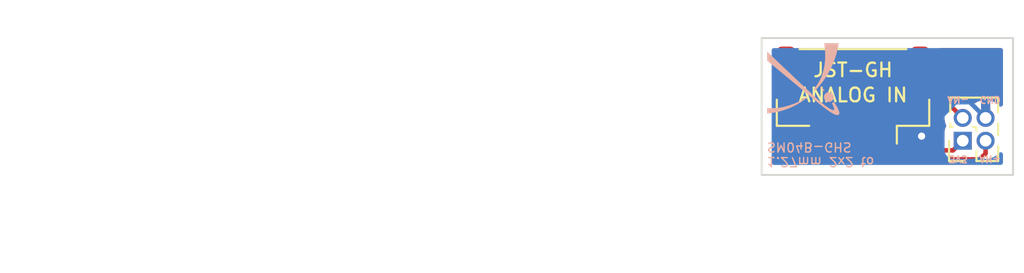
<source format=kicad_pcb>
(kicad_pcb (version 20171130) (host pcbnew "(5.1.12)-1")

  (general
    (thickness 1.6002)
    (drawings 13)
    (tracks 19)
    (zones 0)
    (modules 3)
    (nets 5)
  )

  (page A4)
  (title_block
    (title "2x2 1.27mm socket to JST-GH Analog Adapter board left PCB")
    (date 2021-11-28)
    (rev 1)
    (comment 2 "Vincent Nguyen")
  )

  (layers
    (0 Front signal)
    (31 Back signal)
    (34 B.Paste user)
    (35 F.Paste user)
    (36 B.SilkS user)
    (37 F.SilkS user)
    (38 B.Mask user)
    (39 F.Mask user)
    (44 Edge.Cuts user)
    (45 Margin user)
    (46 B.CrtYd user)
    (47 F.CrtYd user)
    (49 F.Fab user)
  )

  (setup
    (last_trace_width 0.25)
    (user_trace_width 0.1)
    (user_trace_width 0.2)
    (user_trace_width 0.5)
    (trace_clearance 0.25)
    (zone_clearance 0.508)
    (zone_45_only no)
    (trace_min 0.1)
    (via_size 0.8)
    (via_drill 0.4)
    (via_min_size 0.45)
    (via_min_drill 0.2)
    (user_via 0.45 0.2)
    (user_via 0.8 0.4)
    (uvia_size 0.8)
    (uvia_drill 0.4)
    (uvias_allowed no)
    (uvia_min_size 0)
    (uvia_min_drill 0)
    (edge_width 0.1)
    (segment_width 0.1)
    (pcb_text_width 0.3)
    (pcb_text_size 1.5 1.5)
    (mod_edge_width 0.1)
    (mod_text_size 0.8 0.8)
    (mod_text_width 0.1)
    (pad_size 1.524 1.524)
    (pad_drill 0.762)
    (pad_to_mask_clearance 0)
    (solder_mask_min_width 0.1)
    (aux_axis_origin 0 0)
    (visible_elements 7FFFFFFF)
    (pcbplotparams
      (layerselection 0x010fc_ffffffff)
      (usegerberextensions false)
      (usegerberattributes false)
      (usegerberadvancedattributes false)
      (creategerberjobfile false)
      (excludeedgelayer true)
      (linewidth 0.152400)
      (plotframeref false)
      (viasonmask false)
      (mode 1)
      (useauxorigin false)
      (hpglpennumber 1)
      (hpglpenspeed 20)
      (hpglpendiameter 15.000000)
      (psnegative false)
      (psa4output false)
      (plotreference true)
      (plotvalue false)
      (plotinvisibletext false)
      (padsonsilk false)
      (subtractmaskfromsilk true)
      (outputformat 1)
      (mirror false)
      (drillshape 0)
      (scaleselection 1)
      (outputdirectory "./gerbers_for_aisler"))
  )

  (net 0 "")
  (net 1 /3V3)
  (net 2 /GND)
  (net 3 /ADC_DIFF_N)
  (net 4 /ADC_DIFF_P)

  (net_class Default "This is the default net class."
    (clearance 0.25)
    (trace_width 0.25)
    (via_dia 0.8)
    (via_drill 0.4)
    (uvia_dia 0.8)
    (uvia_drill 0.4)
    (diff_pair_width 0.25)
    (diff_pair_gap 0.25)
    (add_net /3V3)
    (add_net /ADC_DIFF_N)
    (add_net /ADC_DIFF_P)
    (add_net /GND)
  )

  (net_class Min "This is the bare minimum allowed."
    (clearance 0.1)
    (trace_width 0.1)
    (via_dia 0.45)
    (via_drill 0.2)
    (uvia_dia 0.45)
    (uvia_drill 0.2)
    (diff_pair_width 0.12)
    (diff_pair_gap 0.12)
  )

  (module graphics:xplore_logo_4mm locked (layer Back) (tedit 0) (tstamp 61A3C894)
    (at 147.193 96.266)
    (fp_text reference " " (at 0 0) (layer B.SilkS) hide
      (effects (font (size 1.524 1.524) (thickness 0.3)) (justify mirror))
    )
    (fp_text value " " (at 0.75 0) (layer B.SilkS) hide
      (effects (font (size 1.524 1.524) (thickness 0.3)) (justify mirror))
    )
    (fp_poly (pts (xy -1.975679 0.628213) (xy -1.955187 0.609038) (xy -1.926447 0.579255) (xy -1.891 0.540646)
      (xy -1.850388 0.49499) (xy -1.806153 0.444069) (xy -1.759837 0.389663) (xy -1.712982 0.333551)
      (xy -1.66713 0.277516) (xy -1.623822 0.223338) (xy -1.5846 0.172796) (xy -1.573968 0.15875)
      (xy -1.409938 -0.07278) (xy -1.262329 -0.309661) (xy -1.130185 -0.553713) (xy -1.012555 -0.806757)
      (xy -0.908483 -1.070612) (xy -0.865977 -1.192893) (xy -0.79292 -1.430508) (xy -0.732401 -1.667451)
      (xy -0.685481 -1.89945) (xy -0.675843 -1.95716) (xy -0.669691 -1.995714) (xy -1.471591 -1.995714)
      (xy -1.466103 -1.966232) (xy -1.442482 -1.812472) (xy -1.426036 -1.646368) (xy -1.416785 -1.472244)
      (xy -1.41475 -1.294429) (xy -1.419951 -1.11725) (xy -1.432406 -0.945032) (xy -1.452136 -0.782103)
      (xy -1.460436 -0.73) (xy -1.503849 -0.518508) (xy -1.560541 -0.315615) (xy -1.630049 -0.122376)
      (xy -1.711908 0.060156) (xy -1.805653 0.230928) (xy -1.910822 0.388887) (xy -2.006865 0.509987)
      (xy -2.051451 0.561866) (xy -2.022065 0.598433) (xy -2.004284 0.619167) (xy -1.990773 0.632419)
      (xy -1.986381 0.635) (xy -1.975679 0.628213)) (layer B.SilkS) (width 0.01))
    (fp_poly (pts (xy -0.704226 1.990563) (xy -0.671955 1.979377) (xy -0.660863 1.97118) (xy -0.642659 1.940393)
      (xy -0.636417 1.897348) (xy -0.641756 1.843086) (xy -0.658297 1.778648) (xy -0.68566 1.705073)
      (xy -0.723464 1.623404) (xy -0.771329 1.534679) (xy -0.828876 1.439941) (xy -0.886332 1.353709)
      (xy -0.944597 1.269596) (xy -0.988984 1.303816) (xy -1.012417 1.323348) (xy -1.028649 1.339675)
      (xy -1.033757 1.34805) (xy -1.030268 1.36001) (xy -1.020542 1.38441) (xy -1.006199 1.417337)
      (xy -0.993846 1.444298) (xy -0.960867 1.517985) (xy -0.937441 1.578011) (xy -0.923232 1.625927)
      (xy -0.917905 1.663282) (xy -0.921125 1.691628) (xy -0.932556 1.712514) (xy -0.935208 1.71535)
      (xy -0.953052 1.728117) (xy -0.974823 1.730238) (xy -0.987368 1.728472) (xy -1.035184 1.714557)
      (xy -1.094548 1.687998) (xy -1.164611 1.649397) (xy -1.244524 1.599357) (xy -1.33344 1.538479)
      (xy -1.430508 1.467366) (xy -1.53488 1.38662) (xy -1.645706 1.296844) (xy -1.762139 1.19864)
      (xy -1.882322 1.093506) (xy -1.900719 1.076737) (xy -1.93145 1.04823) (xy -1.973706 1.008752)
      (xy -2.026677 0.95907) (xy -2.089554 0.899952) (xy -2.161526 0.832165) (xy -2.241785 0.756478)
      (xy -2.329521 0.673657) (xy -2.423924 0.584471) (xy -2.524185 0.489686) (xy -2.629494 0.390071)
      (xy -2.739042 0.286392) (xy -2.852019 0.179419) (xy -2.967616 0.069917) (xy -3.085023 -0.041345)
      (xy -3.20343 -0.1536) (xy -3.322029 -0.26608) (xy -3.440009 -0.378018) (xy -3.556561 -0.488645)
      (xy -3.670875 -0.597196) (xy -3.782142 -0.702901) (xy -3.889553 -0.804993) (xy -3.992297 -0.902706)
      (xy -4.089566 -0.995271) (xy -4.180549 -1.08192) (xy -4.264438 -1.161887) (xy -4.340422 -1.234403)
      (xy -4.407692 -1.298701) (xy -4.465439 -1.354013) (xy -4.512853 -1.399573) (xy -4.549124 -1.434612)
      (xy -4.565197 -1.450261) (xy -4.6355 -1.519038) (xy -4.635055 -1.269787) (xy -4.63461 -1.020535)
      (xy -4.505788 -0.915589) (xy -4.405151 -0.833454) (xy -4.297504 -0.7453) (xy -4.1822 -0.650591)
      (xy -4.058588 -0.54879) (xy -3.92602 -0.439361) (xy -3.783848 -0.321766) (xy -3.631423 -0.195469)
      (xy -3.468097 -0.059932) (xy -3.29322 0.08538) (xy -3.106144 0.241005) (xy -2.906221 0.40748)
      (xy -2.784929 0.508546) (xy -2.66935 0.604836) (xy -2.555405 0.699693) (xy -2.444112 0.792273)
      (xy -2.336488 0.881733) (xy -2.233548 0.967231) (xy -2.136311 1.047922) (xy -2.045793 1.122965)
      (xy -1.963011 1.191517) (xy -1.888982 1.252734) (xy -1.824721 1.305773) (xy -1.771248 1.349791)
      (xy -1.729577 1.383947) (xy -1.700727 1.407395) (xy -1.698786 1.408958) (xy -1.549881 1.526892)
      (xy -1.413055 1.631443) (xy -1.28821 1.722676) (xy -1.175247 1.800655) (xy -1.074068 1.865446)
      (xy -0.984576 1.917115) (xy -0.906672 1.955727) (xy -0.840257 1.981348) (xy -0.83991 1.981457)
      (xy -0.793018 1.99188) (xy -0.746186 1.994823) (xy -0.704226 1.990563)) (layer B.SilkS) (width 0.01))
    (fp_poly (pts (xy -1.492644 0.650991) (xy -1.48484 0.647174) (xy -1.46768 0.636777) (xy -1.460501 0.629635)
      (xy -1.460501 0.629617) (xy -1.466091 0.620657) (xy -1.481221 0.601126) (xy -1.503424 0.573901)
      (xy -1.530237 0.541862) (xy -1.559194 0.507887) (xy -1.587831 0.474855) (xy -1.613683 0.445644)
      (xy -1.634285 0.423133) (xy -1.647174 0.410202) (xy -1.650064 0.408215) (xy -1.66093 0.414259)
      (xy -1.673349 0.425993) (xy -1.678983 0.433277) (xy -1.680792 0.441066) (xy -1.677376 0.451739)
      (xy -1.667336 0.467672) (xy -1.649275 0.491244) (xy -1.621792 0.524832) (xy -1.599309 0.551849)
      (xy -1.565118 0.59271) (xy -1.540378 0.621433) (xy -1.522924 0.639822) (xy -1.510592 0.649676)
      (xy -1.50122 0.652799) (xy -1.492644 0.650991)) (layer B.SilkS) (width 0.01))
    (fp_poly (pts (xy -1.170586 1.262423) (xy -1.135926 1.255883) (xy -1.10515 1.2438) (xy -1.047203 1.206795)
      (xy -1.002064 1.159616) (xy -0.970204 1.104899) (xy -0.95209 1.045281) (xy -0.948192 0.983398)
      (xy -0.958978 0.921887) (xy -0.984918 0.863386) (xy -1.02648 0.81053) (xy -1.027867 0.809163)
      (xy -1.078777 0.770151) (xy -1.137183 0.74342) (xy -1.198588 0.730331) (xy -1.258494 0.732246)
      (xy -1.272409 0.735153) (xy -1.336574 0.759323) (xy -1.390088 0.795799) (xy -1.432224 0.842096)
      (xy -1.462251 0.89573) (xy -1.479443 0.954218) (xy -1.48307 1.015075) (xy -1.472404 1.075817)
      (xy -1.446716 1.133959) (xy -1.405277 1.187017) (xy -1.405005 1.18729) (xy -1.355822 1.227734)
      (xy -1.303083 1.252508) (xy -1.242358 1.263412) (xy -1.215572 1.264293) (xy -1.170586 1.262423)) (layer B.SilkS) (width 0.01))
    (fp_poly (pts (xy -4.606018 1.910096) (xy -4.585169 1.906919) (xy -4.551338 1.901999) (xy -4.509517 1.896053)
      (xy -4.472215 1.89084) (xy -4.205799 1.846969) (xy -3.95158 1.790629) (xy -3.708016 1.721198)
      (xy -3.473563 1.638054) (xy -3.246677 1.540577) (xy -3.025817 1.428143) (xy -2.809438 1.300132)
      (xy -2.595998 1.155923) (xy -2.532176 1.109309) (xy -2.429101 1.032732) (xy -2.454498 1.006223)
      (xy -2.470463 0.989794) (xy -2.479648 0.980795) (xy -2.480466 0.980187) (xy -2.487308 0.985642)
      (xy -2.505242 0.999923) (xy -2.531165 1.02056) (xy -2.549072 1.034815) (xy -2.658701 1.116813)
      (xy -2.771875 1.190561) (xy -2.891574 1.257616) (xy -3.02078 1.319536) (xy -3.162474 1.377878)
      (xy -3.302 1.428226) (xy -3.531586 1.499799) (xy -3.754376 1.555702) (xy -3.969713 1.595781)
      (xy -4.077552 1.610206) (xy -4.129876 1.614915) (xy -4.193528 1.618578) (xy -4.264351 1.621152)
      (xy -4.338191 1.62259) (xy -4.410889 1.622846) (xy -4.478289 1.621876) (xy -4.536236 1.619634)
      (xy -4.580572 1.616074) (xy -4.58334 1.615739) (xy -4.6355 1.609223) (xy -4.6355 1.914894)
      (xy -4.606018 1.910096)) (layer B.SilkS) (width 0.01))
  )

  (module Connector_JST:JST_GH_SM04B-GHS-TB_1x04-1MP_P1.25mm_Horizontal (layer Front) (tedit 5B78AD87) (tstamp 619940F4)
    (at 147.32 97.155 180)
    (descr "JST GH series connector, SM04B-GHS-TB (http://www.jst-mfg.com/product/pdf/eng/eGH.pdf), generated with kicad-footprint-generator")
    (tags "connector JST GH top entry")
    (path /6199593B)
    (attr smd)
    (fp_text reference J2 (at 0 0 180) (layer F.SilkS) hide
      (effects (font (size 1 1) (thickness 0.15)))
    )
    (fp_text value SM04B-GHS-TB (at -1.905 4.445 180) (layer F.Fab)
      (effects (font (size 1 1) (thickness 0.15)))
    )
    (fp_line (start -4.125 -1.6) (end 4.125 -1.6) (layer F.Fab) (width 0.1))
    (fp_line (start -4.235 -0.26) (end -4.235 -1.71) (layer F.SilkS) (width 0.12))
    (fp_line (start -4.235 -1.71) (end -2.435 -1.71) (layer F.SilkS) (width 0.12))
    (fp_line (start -2.435 -1.71) (end -2.435 -2.7) (layer F.SilkS) (width 0.12))
    (fp_line (start 4.235 -0.26) (end 4.235 -1.71) (layer F.SilkS) (width 0.12))
    (fp_line (start 4.235 -1.71) (end 2.435 -1.71) (layer F.SilkS) (width 0.12))
    (fp_line (start -2.965 2.56) (end 2.965 2.56) (layer F.SilkS) (width 0.12))
    (fp_line (start -4.125 2.45) (end 4.125 2.45) (layer F.Fab) (width 0.1))
    (fp_line (start -4.125 -1.6) (end -4.125 2.45) (layer F.Fab) (width 0.1))
    (fp_line (start 4.125 -1.6) (end 4.125 2.45) (layer F.Fab) (width 0.1))
    (fp_line (start -4.72 -3.2) (end -4.72 3.2) (layer F.CrtYd) (width 0.05))
    (fp_line (start -4.72 3.2) (end 4.72 3.2) (layer F.CrtYd) (width 0.05))
    (fp_line (start 4.72 3.2) (end 4.72 -3.2) (layer F.CrtYd) (width 0.05))
    (fp_line (start 4.72 -3.2) (end -4.72 -3.2) (layer F.CrtYd) (width 0.05))
    (fp_line (start -2.375 -1.6) (end -1.875 -0.892893) (layer F.Fab) (width 0.1))
    (fp_line (start -1.875 -0.892893) (end -1.375 -1.6) (layer F.Fab) (width 0.1))
    (pad MP smd roundrect (at 3.725 1.35 180) (size 1 2.7) (layers Front F.Paste F.Mask) (roundrect_rratio 0.25))
    (pad MP smd roundrect (at -3.725 1.35 180) (size 1 2.7) (layers Front F.Paste F.Mask) (roundrect_rratio 0.25))
    (pad 4 smd roundrect (at 1.875 -1.85 180) (size 0.6 1.7) (layers Front F.Paste F.Mask) (roundrect_rratio 0.25)
      (net 3 /ADC_DIFF_N))
    (pad 3 smd roundrect (at 0.625 -1.85 180) (size 0.6 1.7) (layers Front F.Paste F.Mask) (roundrect_rratio 0.25)
      (net 4 /ADC_DIFF_P))
    (pad 2 smd roundrect (at -0.625 -1.85 180) (size 0.6 1.7) (layers Front F.Paste F.Mask) (roundrect_rratio 0.25)
      (net 1 /3V3))
    (pad 1 smd roundrect (at -1.875 -1.85 180) (size 0.6 1.7) (layers Front F.Paste F.Mask) (roundrect_rratio 0.25)
      (net 2 /GND))
    (model ${KISYS3DMOD}/Connector_JST.3dshapes/JST_GH_SM04B-GHS-TB_1x04-1MP_P1.25mm_Horizontal.wrl
      (at (xyz 0 0 0))
      (scale (xyz 1 1 1))
      (rotate (xyz 0 0 0))
    )
  )

  (module Connector_PinHeader_1.27mm:PinHeader_2x02_P1.27mm_Vertical (layer Front) (tedit 59FED6E3) (tstamp 61A3CBA1)
    (at 153.416 99.695 90)
    (descr "Through hole straight pin header, 2x02, 1.27mm pitch, double rows")
    (tags "Through hole pin header THT 2x02 1.27mm double row")
    (path /61A353B2)
    (fp_text reference J1 (at 0.563471 0.76 180) (layer F.SilkS) hide
      (effects (font (size 1 1) (thickness 0.15)))
    )
    (fp_text value "1.27mm 2x2-PTH" (at -3.175 -4.191 180) (layer F.Fab)
      (effects (font (size 1 1) (thickness 0.15)))
    )
    (fp_line (start -0.2175 -0.635) (end 2.34 -0.635) (layer F.Fab) (width 0.1))
    (fp_line (start 2.34 -0.635) (end 2.34 1.905) (layer F.Fab) (width 0.1))
    (fp_line (start 2.34 1.905) (end -1.07 1.905) (layer F.Fab) (width 0.1))
    (fp_line (start -1.07 1.905) (end -1.07 0.2175) (layer F.Fab) (width 0.1))
    (fp_line (start -1.07 0.2175) (end -0.2175 -0.635) (layer F.Fab) (width 0.1))
    (fp_line (start -1.13 1.965) (end -0.30753 1.965) (layer F.SilkS) (width 0.12))
    (fp_line (start 1.57753 1.965) (end 2.4 1.965) (layer F.SilkS) (width 0.12))
    (fp_line (start 0.30753 1.965) (end 0.96247 1.965) (layer F.SilkS) (width 0.12))
    (fp_line (start -1.13 0.76) (end -1.13 1.965) (layer F.SilkS) (width 0.12))
    (fp_line (start 2.4 -0.695) (end 2.4 1.965) (layer F.SilkS) (width 0.12))
    (fp_line (start -1.13 0.76) (end -0.563471 0.76) (layer F.SilkS) (width 0.12))
    (fp_line (start 0.563471 0.76) (end 0.706529 0.76) (layer F.SilkS) (width 0.12))
    (fp_line (start 0.76 0.706529) (end 0.76 0.563471) (layer F.SilkS) (width 0.12))
    (fp_line (start 0.76 -0.563471) (end 0.76 -0.695) (layer F.SilkS) (width 0.12))
    (fp_line (start 0.76 -0.695) (end 0.96247 -0.695) (layer F.SilkS) (width 0.12))
    (fp_line (start 1.57753 -0.695) (end 2.4 -0.695) (layer F.SilkS) (width 0.12))
    (fp_line (start -1.13 0) (end -1.13 -0.76) (layer F.SilkS) (width 0.12))
    (fp_line (start -1.13 -0.76) (end 0 -0.76) (layer F.SilkS) (width 0.12))
    (fp_line (start -1.6 -1.15) (end -1.6 2.45) (layer F.CrtYd) (width 0.05))
    (fp_line (start -1.6 2.45) (end 2.85 2.45) (layer F.CrtYd) (width 0.05))
    (fp_line (start 2.85 2.45) (end 2.85 -1.15) (layer F.CrtYd) (width 0.05))
    (fp_line (start 2.85 -1.15) (end -1.6 -1.15) (layer F.CrtYd) (width 0.05))
    (pad 1 thru_hole rect (at 0 0 90) (size 1 1) (drill 0.65) (layers *.Cu *.Mask)
      (net 1 /3V3))
    (pad 2 thru_hole oval (at 1.27 0 90) (size 1 1) (drill 0.65) (layers *.Cu *.Mask)
      (net 4 /ADC_DIFF_P))
    (pad 3 thru_hole oval (at 0 1.27 90) (size 1 1) (drill 0.65) (layers *.Cu *.Mask)
      (net 3 /ADC_DIFF_N))
    (pad 4 thru_hole oval (at 1.27 1.27 90) (size 1 1) (drill 0.65) (layers *.Cu *.Mask)
      (net 2 /GND))
  )

  (gr_text AN- (at 153.162 97.409 180) (layer B.SilkS) (tstamp 61A3C0C9)
    (effects (font (size 0.381 0.381) (thickness 0.0762)) (justify mirror))
  )
  (gr_text AN+ (at 154.94 100.711 180) (layer B.SilkS) (tstamp 61A3C0C9)
    (effects (font (size 0.381 0.381) (thickness 0.0762)) (justify mirror))
  )
  (gr_text JST-GH (at 147.32 95.758) (layer F.SilkS) (tstamp 61BBC19D)
    (effects (font (size 0.762 0.762) (thickness 0.127)))
  )
  (gr_text "ANALOG IN" (at 147.32 97.155) (layer F.SilkS)
    (effects (font (size 0.762 0.762) (thickness 0.127)))
  )
  (gr_text 3V3 (at 153.162 100.711 180) (layer B.SilkS) (tstamp 61A28220)
    (effects (font (size 0.381 0.381) (thickness 0.0762)) (justify mirror))
  )
  (gr_text GND (at 154.94 97.409 180) (layer B.SilkS) (tstamp 61A27D6B)
    (effects (font (size 0.381 0.381) (thickness 0.0762)) (justify mirror))
  )
  (gr_text "1.27mm 2x2 to\nSM04B-GHS" (at 142.494 100.457 180) (layer B.SilkS)
    (effects (font (size 0.508 0.508) (thickness 0.0762)) (justify left mirror))
  )
  (gr_line (start 142.24 101.6) (end 142.24 93.98) (layer Edge.Cuts) (width 0.1) (tstamp 61994459))
  (gr_line (start 156.21 101.6) (end 142.24 101.6) (layer Edge.Cuts) (width 0.1))
  (gr_line (start 156.21 93.98) (end 156.21 101.6) (layer Edge.Cuts) (width 0.1))
  (gr_line (start 142.24 93.98) (end 156.21 93.98) (layer Edge.Cuts) (width 0.1))
  (gr_line (start 124 93) (end 120 107) (layer Cmts.User) (width 0.1524))
  (gr_line (start 100 100) (end 124 93) (layer Cmts.User) (width 0.1524))

  (segment (start 147.945 99.855) (end 147.945 99.005) (width 0.25) (layer Front) (net 1))
  (segment (start 148.32001 100.23001) (end 147.945 99.855) (width 0.25) (layer Front) (net 1))
  (segment (start 152.88099 100.23001) (end 148.32001 100.23001) (width 0.25) (layer Front) (net 1))
  (segment (start 153.416 99.695) (end 152.88099 100.23001) (width 0.25) (layer Front) (net 1))
  (via (at 151.13 99.441) (size 0.8) (drill 0.4) (layers Front Back) (net 2))
  (segment (start 153.021001 97.549999) (end 151.13 99.441) (width 0.25) (layer Back) (net 2))
  (segment (start 153.810999 97.549999) (end 153.021001 97.549999) (width 0.25) (layer Back) (net 2))
  (segment (start 154.686 98.425) (end 153.810999 97.549999) (width 0.25) (layer Back) (net 2))
  (segment (start 149.631 99.441) (end 149.195 99.005) (width 0.25) (layer Front) (net 2))
  (segment (start 151.13 99.441) (end 149.631 99.441) (width 0.25) (layer Front) (net 2))
  (segment (start 145.445 99.347478) (end 145.445 99.005) (width 0.25) (layer Front) (net 3))
  (segment (start 146.827542 100.73002) (end 145.445 99.347478) (width 0.25) (layer Front) (net 3))
  (segment (start 154.358086 100.73002) (end 146.827542 100.73002) (width 0.25) (layer Front) (net 3))
  (segment (start 154.686 100.402106) (end 154.358086 100.73002) (width 0.25) (layer Front) (net 3))
  (segment (start 154.686 99.695) (end 154.686 100.402106) (width 0.25) (layer Front) (net 3))
  (segment (start 146.695 98.662522) (end 146.695 99.005) (width 0.25) (layer Front) (net 4))
  (segment (start 147.577532 97.77999) (end 146.695 98.662522) (width 0.25) (layer Front) (net 4))
  (segment (start 152.77099 97.77999) (end 147.577532 97.77999) (width 0.25) (layer Front) (net 4))
  (segment (start 153.416 98.425) (end 152.77099 97.77999) (width 0.25) (layer Front) (net 4))

  (zone (net 2) (net_name /GND) (layer Front) (tstamp 0) (hatch edge 0.508)
    (connect_pads (clearance 0.508))
    (min_thickness 0.254)
    (fill yes (arc_segments 32) (thermal_gap 0.508) (thermal_bridge_width 0.508))
    (polygon
      (pts
        (xy 156.845 102.235) (xy 141.605 102.235) (xy 141.605 93.345) (xy 156.845 93.345)
      )
    )
    (filled_polygon
      (pts
        (xy 152.324617 98.756067) (xy 152.370888 98.867774) (xy 152.326498 98.95082) (xy 152.290188 99.070518) (xy 152.277928 99.195)
        (xy 152.277928 99.47001) (xy 150.130976 99.47001) (xy 150.13 99.29075) (xy 149.97125 99.132) (xy 149.322 99.132)
        (xy 149.322 99.152) (xy 149.068 99.152) (xy 149.068 99.132) (xy 149.048 99.132) (xy 149.048 98.878)
        (xy 149.068 98.878) (xy 149.068 98.858) (xy 149.322 98.858) (xy 149.322 98.878) (xy 149.97125 98.878)
        (xy 150.13 98.71925) (xy 150.130976 98.53999) (xy 152.281637 98.53999)
      )
    )
    (filled_polygon
      (pts
        (xy 155.525 97.668155) (xy 155.42802 97.566135) (xy 155.246206 97.437877) (xy 155.042864 97.347554) (xy 154.987874 97.330881)
        (xy 154.813 97.457046) (xy 154.813 98.298) (xy 154.833 98.298) (xy 154.833 98.552) (xy 154.813 98.552)
        (xy 154.813 98.563026) (xy 154.797788 98.56) (xy 154.574212 98.56) (xy 154.559 98.563026) (xy 154.559 98.552)
        (xy 154.547974 98.552) (xy 154.551 98.536788) (xy 154.551 98.313212) (xy 154.547974 98.298) (xy 154.559 98.298)
        (xy 154.559 97.457046) (xy 154.384126 97.330881) (xy 154.329136 97.347554) (xy 154.125794 97.437877) (xy 154.055658 97.487353)
        (xy 153.953624 97.419176) (xy 153.747067 97.333617) (xy 153.527788 97.29) (xy 153.355801 97.29) (xy 153.334793 97.268992)
        (xy 153.310991 97.239989) (xy 153.195266 97.145016) (xy 153.063237 97.074444) (xy 152.919976 97.030987) (xy 152.808323 97.01999)
        (xy 152.808312 97.01999) (xy 152.77099 97.016314) (xy 152.733668 97.01999) (xy 152.171746 97.01999) (xy 152.183072 96.905)
        (xy 152.183072 94.705) (xy 152.179132 94.665) (xy 155.525 94.665)
      )
    )
  )
  (zone (net 2) (net_name /GND) (layer Back) (tstamp 0) (hatch edge 0.508)
    (connect_pads (clearance 0.508))
    (min_thickness 0.254)
    (fill yes (arc_segments 32) (thermal_gap 0.508) (thermal_bridge_width 0.508))
    (polygon
      (pts
        (xy 156.845 102.235) (xy 141.605 102.235) (xy 141.605 93.345) (xy 156.845 93.345)
      )
    )
    (filled_polygon
      (pts
        (xy 155.525 97.668155) (xy 155.42802 97.566135) (xy 155.246206 97.437877) (xy 155.042864 97.347554) (xy 154.987874 97.330881)
        (xy 154.813 97.457046) (xy 154.813 98.298) (xy 154.833 98.298) (xy 154.833 98.552) (xy 154.813 98.552)
        (xy 154.813 98.563026) (xy 154.797788 98.56) (xy 154.574212 98.56) (xy 154.559 98.563026) (xy 154.559 98.552)
        (xy 154.547974 98.552) (xy 154.551 98.536788) (xy 154.551 98.313212) (xy 154.547974 98.298) (xy 154.559 98.298)
        (xy 154.559 97.457046) (xy 154.384126 97.330881) (xy 154.329136 97.347554) (xy 154.125794 97.437877) (xy 154.055658 97.487353)
        (xy 153.953624 97.419176) (xy 153.747067 97.333617) (xy 153.527788 97.29) (xy 153.304212 97.29) (xy 153.084933 97.333617)
        (xy 152.878376 97.419176) (xy 152.69248 97.543388) (xy 152.534388 97.70148) (xy 152.410176 97.887376) (xy 152.324617 98.093933)
        (xy 152.281 98.313212) (xy 152.281 98.536788) (xy 152.324617 98.756067) (xy 152.370888 98.867774) (xy 152.326498 98.95082)
        (xy 152.290188 99.070518) (xy 152.277928 99.195) (xy 152.277928 100.195) (xy 152.290188 100.319482) (xy 152.326498 100.43918)
        (xy 152.385463 100.549494) (xy 152.464815 100.646185) (xy 152.561506 100.725537) (xy 152.67182 100.784502) (xy 152.791518 100.820812)
        (xy 152.916 100.833072) (xy 153.916 100.833072) (xy 154.040482 100.820812) (xy 154.16018 100.784502) (xy 154.243226 100.740112)
        (xy 154.354933 100.786383) (xy 154.574212 100.83) (xy 154.797788 100.83) (xy 155.017067 100.786383) (xy 155.223624 100.700824)
        (xy 155.40952 100.576612) (xy 155.525001 100.461131) (xy 155.525001 100.915) (xy 142.925 100.915) (xy 142.925 94.665)
        (xy 155.525 94.665)
      )
    )
  )
)

</source>
